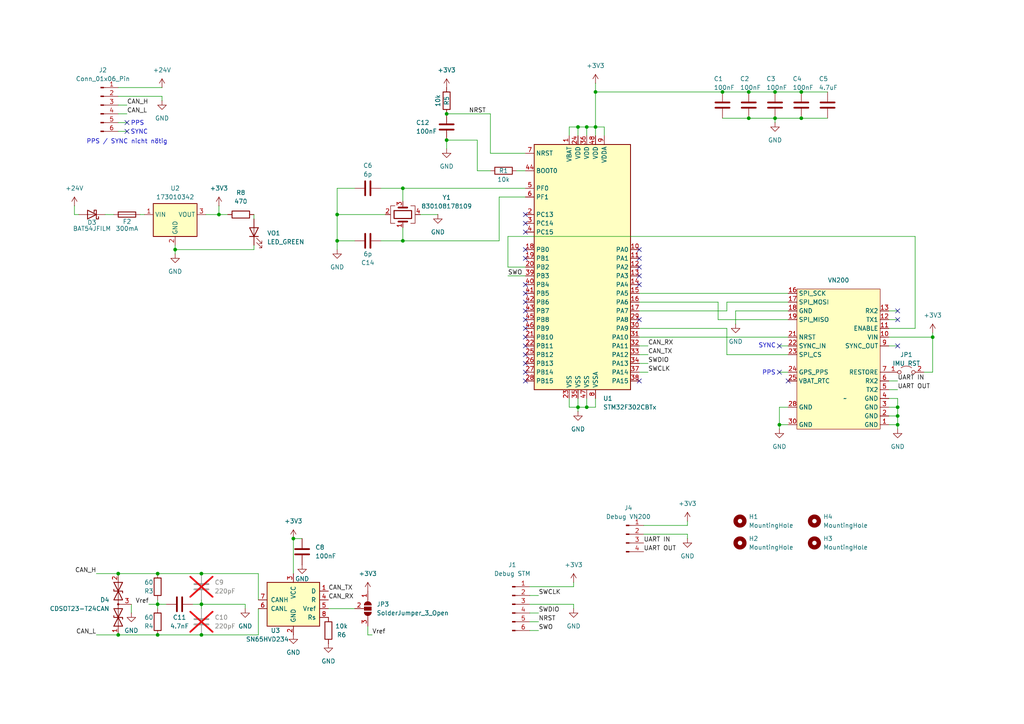
<source format=kicad_sch>
(kicad_sch (version 20231120) (generator "eeschema") (generator_version "8.0")
  (paper "A4")
  (lib_symbols
    (symbol "Connector:Conn_01x04_Pin" (pin_names (offset 1.016) hide)
      (property "Reference" "J" (at 0 5.08 0))
      (property "Value" "Conn_01x04_Pin" (at 0 -7.62 0))
      (symbol "Conn_01x04_Pin_1_1"
        (polyline (pts (xy 1.27 -5.08) (xy 0.8636 -5.08)) (stroke (width 0.1524)))
        (polyline (pts (xy 1.27 -2.54) (xy 0.8636 -2.54)) (stroke (width 0.1524)))
        (polyline (pts (xy 1.27 0) (xy 0.8636 0)) (stroke (width 0.1524)))
        (polyline (pts (xy 1.27 2.54) (xy 0.8636 2.54)) (stroke (width 0.1524)))
        (rectangle (start 0.8636 -4.953) (end 0 -5.207) (stroke (width 0.1524)) (fill (type outline)))
        (rectangle (start 0.8636 -2.413) (end 0 -2.667) (stroke (width 0.1524)) (fill (type outline)))
        (rectangle (start 0.8636 0.127) (end 0 -0.127) (stroke (width 0.1524)) (fill (type outline)))
        (rectangle (start 0.8636 2.667) (end 0 2.413) (stroke (width 0.1524)) (fill (type outline)))
        (pin passive line (at 5.08 2.54 180) (length 3.81) (name "Pin_1") (number "1"))
        (pin passive line (at 5.08 0 180) (length 3.81) (name "Pin_2") (number "2"))
        (pin passive line (at 5.08 -2.54 180) (length 3.81) (name "Pin_3") (number "3"))
        (pin passive line (at 5.08 -5.08 180) (length 3.81) (name "Pin_4") (number "4"))
      )
    )
    (symbol "Connector:Conn_01x06_Pin" (pin_names (offset 1.016) hide)
      (property "Reference" "J" (at 0 7.62 0))
      (property "Value" "Conn_01x06_Pin" (at 0 -10.16 0))
      (symbol "Conn_01x06_Pin_1_1"
        (polyline (pts (xy 1.27 -7.62) (xy 0.8636 -7.62)) (stroke (width 0.1524)))
        (polyline (pts (xy 1.27 -5.08) (xy 0.8636 -5.08)) (stroke (width 0.1524)))
        (polyline (pts (xy 1.27 -2.54) (xy 0.8636 -2.54)) (stroke (width 0.1524)))
        (polyline (pts (xy 1.27 0) (xy 0.8636 0)) (stroke (width 0.1524)))
        (polyline (pts (xy 1.27 2.54) (xy 0.8636 2.54)) (stroke (width 0.1524)))
        (polyline (pts (xy 1.27 5.08) (xy 0.8636 5.08)) (stroke (width 0.1524)))
        (rectangle (start 0.8636 -7.493) (end 0 -7.747) (stroke (width 0.1524)) (fill (type outline)))
        (rectangle (start 0.8636 -4.953) (end 0 -5.207) (stroke (width 0.1524)) (fill (type outline)))
        (rectangle (start 0.8636 -2.413) (end 0 -2.667) (stroke (width 0.1524)) (fill (type outline)))
        (rectangle (start 0.8636 0.127) (end 0 -0.127) (stroke (width 0.1524)) (fill (type outline)))
        (rectangle (start 0.8636 2.667) (end 0 2.413) (stroke (width 0.1524)) (fill (type outline)))
        (rectangle (start 0.8636 5.207) (end 0 4.953) (stroke (width 0.1524)) (fill (type outline)))
        (pin passive line (at 5.08 5.08 180) (length 3.81) (name "Pin_1") (number "1"))
        (pin passive line (at 5.08 2.54 180) (length 3.81) (name "Pin_2") (number "2"))
        (pin passive line (at 5.08 0 180) (length 3.81) (name "Pin_3") (number "3"))
        (pin passive line (at 5.08 -2.54 180) (length 3.81) (name "Pin_4") (number "4"))
        (pin passive line (at 5.08 -5.08 180) (length 3.81) (name "Pin_5") (number "5"))
        (pin passive line (at 5.08 -7.62 180) (length 3.81) (name "Pin_6") (number "6"))
      )
    )
    (symbol "Device:C" (pin_numbers hide) (pin_names (offset 0.254))
      (property "Reference" "C" (at 0.635 2.54 0))
      (property "Value" "C" (at 0.635 -2.54 0))
      (symbol "C_0_1"
        (polyline (pts (xy -2.032 -0.762) (xy 2.032 -0.762)) (stroke (width 0.508)))
        (polyline (pts (xy -2.032 0.762) (xy 2.032 0.762)) (stroke (width 0.508)))
      )
      (symbol "C_1_1"
        (pin passive line (at 0 3.81 270) (length 2.794) (name "~") (number "1"))
        (pin passive line (at 0 -3.81 90) (length 2.794) (name "~") (number "2"))
      )
    )
    (symbol "Device:D_Schottky" (pin_numbers hide) (pin_names (offset 1.016) hide)
      (property "Reference" "D" (at 0 2.54 0))
      (property "Value" "D_Schottky" (at 0 -2.54 0))
      (symbol "D_Schottky_0_1"
        (polyline (pts (xy 1.27 0) (xy -1.27 0)))
        (polyline (pts (xy 1.27 1.27) (xy 1.27 -1.27) (xy -1.27 0) (xy 1.27 1.27)) (stroke (width 0.254)))
        (polyline (pts (xy -1.905 0.635) (xy -1.905 1.27) (xy -1.27 1.27) (xy -1.27 -1.27) (xy -0.635 -1.27) (xy -0.635 -0.635)) (stroke (width 0.254)))
      )
      (symbol "D_Schottky_1_1"
        (pin passive line (at -3.81 0 0) (length 2.54) (name "K") (number "1"))
        (pin passive line (at 3.81 0 180) (length 2.54) (name "A") (number "2"))
      )
    )
    (symbol "Device:D_TVS_Dual_AAC" (pin_names (offset 1.016) hide)
      (property "Reference" "D" (at 0 4.445 0))
      (property "Value" "D_TVS_Dual_AAC" (at 0 2.54 0))
      (symbol "D_TVS_Dual_AAC_0_0"
        (polyline (pts (xy 0 -1.27) (xy 0 0)))
      )
      (symbol "D_TVS_Dual_AAC_0_1"
        (polyline (pts (xy -6.35 0) (xy 6.35 0)))
        (polyline (pts (xy -3.302 1.27) (xy -3.81 1.27) (xy -3.81 -1.27) (xy -4.318 -1.27)) (stroke (width 0.254)))
        (polyline (pts (xy 4.318 1.27) (xy 3.81 1.27) (xy 3.81 -1.27) (xy 3.302 -1.27)) (stroke (width 0.254)))
        (polyline (pts (xy -6.35 1.27) (xy -1.27 -1.27) (xy -1.27 1.27) (xy -6.35 -1.27) (xy -6.35 1.27)) (stroke (width 0.254)))
        (polyline (pts (xy 6.35 1.27) (xy 1.27 -1.27) (xy 1.27 1.27) (xy 6.35 -1.27) (xy 6.35 1.27)) (stroke (width 0.254)))
        (circle (center 0 0) (radius 0.254) (fill (type outline)))
      )
      (symbol "D_TVS_Dual_AAC_1_1"
        (pin passive line (at -8.89 0 0) (length 2.54) (name "A1") (number "1"))
        (pin passive line (at 8.89 0 180) (length 2.54) (name "A2") (number "2"))
        (pin input line (at 0 -3.81 90) (length 2.54) (name "common") (number "3"))
      )
    )
    (symbol "Device:Fuse" (pin_numbers hide) (pin_names (offset 0))
      (property "Reference" "F" (at 2.032 0 90))
      (property "Value" "Fuse" (at -1.905 0 90))
      (symbol "Fuse_0_1"
        (rectangle (start -0.762 -2.54) (end 0.762 2.54) (stroke (width 0.254)))
        (polyline (pts (xy 0 2.54) (xy 0 -2.54)))
      )
      (symbol "Fuse_1_1"
        (pin passive line (at 0 3.81 270) (length 1.27) (name "~") (number "1"))
        (pin passive line (at 0 -3.81 90) (length 1.27) (name "~") (number "2"))
      )
    )
    (symbol "Device:LED" (pin_numbers hide) (pin_names (offset 1.016) hide)
      (property "Reference" "D" (at 0 2.54 0))
      (property "Value" "LED" (at 0 -2.54 0))
      (symbol "LED_0_1"
        (polyline (pts (xy -1.27 -1.27) (xy -1.27 1.27)) (stroke (width 0.254)))
        (polyline (pts (xy -1.27 0) (xy 1.27 0)))
        (polyline (pts (xy 1.27 -1.27) (xy 1.27 1.27) (xy -1.27 0) (xy 1.27 -1.27)) (stroke (width 0.254)))
        (polyline (pts (xy -3.048 -0.762) (xy -4.572 -2.286) (xy -3.81 -2.286) (xy -4.572 -2.286) (xy -4.572 -1.524)))
        (polyline (pts (xy -1.778 -0.762) (xy -3.302 -2.286) (xy -2.54 -2.286) (xy -3.302 -2.286) (xy -3.302 -1.524)))
      )
      (symbol "LED_1_1"
        (pin passive line (at -3.81 0 0) (length 2.54) (name "K") (number "1"))
        (pin passive line (at 3.81 0 180) (length 2.54) (name "A") (number "2"))
      )
    )
    (symbol "Device:R" (pin_numbers hide) (pin_names (offset 0))
      (property "Reference" "R" (at 2.032 0 90))
      (property "Value" "R" (at 0 0 90))
      (symbol "R_0_1"
        (rectangle (start -1.016 -2.54) (end 1.016 2.54) (stroke (width 0.254)))
      )
      (symbol "R_1_1"
        (pin passive line (at 0 3.81 270) (length 1.27) (name "~") (number "1"))
        (pin passive line (at 0 -3.81 90) (length 1.27) (name "~") (number "2"))
      )
    )
    (symbol "FaSTTUBe_Crystals:830108178109" (pin_names (offset 1.016) hide)
      (property "Reference" "Y" (at 3.175 5.08 0))
      (property "Value" "830108178109" (at 3.175 3.175 0))
      (symbol "830108178109_0_1"
        (rectangle (start -1.143 2.54) (end 1.143 -2.54) (stroke (width 0.3048)))
        (polyline (pts (xy -2.54 0) (xy -2.032 0)))
        (polyline (pts (xy -2.032 -1.27) (xy -2.032 1.27)) (stroke (width 0.508)))
        (polyline (pts (xy 0 -3.81) (xy 0 -3.556)))
        (polyline (pts (xy 0 3.556) (xy 0 3.81)))
        (polyline (pts (xy 2.032 -1.27) (xy 2.032 1.27)) (stroke (width 0.508)))
        (polyline (pts (xy 2.032 0) (xy 2.54 0)))
        (polyline (pts (xy -2.54 -2.286) (xy -2.54 -3.556) (xy 2.54 -3.556) (xy 2.54 -2.286)))
        (polyline (pts (xy -2.54 2.286) (xy -2.54 3.556) (xy 2.54 3.556) (xy 2.54 2.286)))
      )
      (symbol "830108178109_1_1"
        (pin passive line (at -3.81 0 0) (length 1.27) (name "1") (number "1"))
        (pin passive line (at 0 5.08 270) (length 1.27) (name "2") (number "2"))
        (pin passive line (at 3.81 0 180) (length 1.27) (name "3") (number "3"))
        (pin passive line (at 0 -5.08 90) (length 1.27) (name "4") (number "4"))
      )
    )
    (symbol "FaSTTUBe_Voltage_Regulators:173010342"
      (property "Reference" "U" (at -1.27 7.874 0))
      (property "Value" "173010342" (at -5.588 6.096 0))
      (symbol "173010342_0_1"
        (rectangle (start -6.35 4.445) (end 6.35 -5.08) (stroke (width 0.254)) (fill (type background)))
      )
      (symbol "173010342_1_1"
        (pin power_in line (at -8.89 1.27 0) (length 2.54) (name "VIN") (number "1"))
        (pin power_in line (at 0 -7.62 90) (length 2.54) (name "GND") (number "2"))
        (pin power_out line (at 8.89 1.27 180) (length 2.54) (name "VOUT") (number "3"))
      )
    )
    (symbol "GND_2" (power) (pin_numbers hide) (pin_names (offset 0) hide)
      (property "Value" "GND" (at 0 -3.81 0))
      (symbol "GND_2_0_1"
        (polyline (pts (xy 0 0) (xy 0 -1.27) (xy 1.27 -1.27) (xy 0 -2.54) (xy -1.27 -1.27) (xy 0 -1.27)))
      )
      (symbol "GND_2_1_1"
        (pin power_in line (at 0 0 270) (length 0) (name "~") (number "1"))
      )
    )
    (symbol "IMUs:VN-200"
      (property "Reference" "VN200" (at -0.635 22.86 0))
      (property "Value" "~" (at 1.27 -11.43 0))
      (symbol "VN-200_1_1"
        (rectangle (start -12.7 20.32) (end 11.43 -20.32) (fill (type background)))
        (pin power_in line (at 13.97 -19.05 180) (length 2.54) (name "GND") (number "1"))
        (pin power_in line (at 13.97 6.35 180) (length 2.54) (name "VIN") (number "10"))
        (pin input line (at 13.97 8.89 180) (length 2.54) (name "ENABLE") (number "11"))
        (pin output line (at 13.97 11.43 180) (length 2.54) (name "TX1") (number "12"))
        (pin input line (at 13.97 13.97 180) (length 2.54) (name "RX2") (number "13"))
        (pin input line (at -15.24 19.05 0) (length 2.54) (name "SPI_SCK") (number "16"))
        (pin input line (at -15.24 16.51 0) (length 2.54) (name "SPI_MOSI") (number "17"))
        (pin power_in line (at -15.24 13.97 0) (length 2.54) (name "GND") (number "18"))
        (pin output line (at -15.24 11.43 0) (length 2.54) (name "SPI_MISO") (number "19"))
        (pin power_in line (at 13.97 -16.51 180) (length 2.54) (name "GND") (number "2"))
        (pin input line (at -15.24 6.35 0) (length 2.54) (name "NRST") (number "21"))
        (pin input line (at -15.24 3.81 0) (length 2.54) (name "SYNC_IN") (number "22"))
        (pin input line (at -15.24 1.27 0) (length 2.54) (name "SPI_CS") (number "23"))
        (pin output line (at -15.24 -3.81 0) (length 2.54) (name "GPS_PPS") (number "24"))
        (pin power_in line (at -15.24 -6.35 0) (length 2.54) (name "VBAT_RTC") (number "25"))
        (pin power_in line (at -15.24 -13.97 0) (length 2.54) (name "GND") (number "28"))
        (pin power_in line (at 13.97 -13.97 180) (length 2.54) (name "GND") (number "3"))
        (pin power_in line (at -15.24 -19.05 0) (length 2.54) (name "GND") (number "30"))
        (pin power_in line (at 13.97 -11.43 180) (length 2.54) (name "GND") (number "4"))
        (pin output line (at 13.97 -8.89 180) (length 2.54) (name "TX2") (number "5"))
        (pin input line (at 13.97 -6.35 180) (length 2.54) (name "RX2") (number "6"))
        (pin input line (at 13.97 -3.81 180) (length 2.54) (name "RESTORE") (number "7"))
        (pin output line (at 13.97 3.81 180) (length 2.54) (name "SYNC_OUT") (number "9"))
      )
    )
    (symbol "Interface_CAN_LIN:SN65HVD231" (pin_names (offset 1.016))
      (property "Reference" "U" (at -2.54 10.16 0))
      (property "Value" "SN65HVD231" (at -2.54 7.62 0))
      (symbol "SN65HVD231_0_1"
        (rectangle (start -7.62 5.08) (end 7.62 -7.62) (stroke (width 0.254)) (fill (type background)))
      )
      (symbol "SN65HVD231_1_1"
        (pin input line (at -10.16 2.54 0) (length 2.54) (name "D") (number "1"))
        (pin power_in line (at 0 -10.16 90) (length 2.54) (name "GND") (number "2"))
        (pin power_in line (at 0 7.62 270) (length 2.54) (name "VCC") (number "3"))
        (pin output line (at -10.16 0 0) (length 2.54) (name "R") (number "4"))
        (pin output line (at -10.16 -2.54 0) (length 2.54) (name "Vref") (number "5"))
        (pin bidirectional line (at 10.16 -2.54 180) (length 2.54) (name "CANL") (number "6"))
        (pin bidirectional line (at 10.16 0 180) (length 2.54) (name "CANH") (number "7"))
        (pin input line (at -10.16 -5.08 0) (length 2.54) (name "Rs") (number "8"))
      )
    )
    (symbol "Jumper:Jumper_2_Open" (pin_names (offset 0) hide)
      (property "Reference" "JP" (at 0 2.794 0))
      (property "Value" "Jumper_2_Open" (at 0 -2.286 0))
      (symbol "Jumper_2_Open_0_0"
        (circle (center -2.032 0) (radius 0.508))
        (circle (center 2.032 0) (radius 0.508))
      )
      (symbol "Jumper_2_Open_0_1"
        (arc (start 1.524 1.27) (mid 0 1.778) (end -1.524 1.27))
      )
      (symbol "Jumper_2_Open_1_1"
        (pin passive line (at -5.08 0 0) (length 2.54) (name "A") (number "1"))
        (pin passive line (at 5.08 0 180) (length 2.54) (name "B") (number "2"))
      )
    )
    (symbol "Jumper:SolderJumper_3_Open" (pin_names (offset 0) hide)
      (property "Reference" "JP" (at -2.54 -2.54 0))
      (property "Value" "SolderJumper_3_Open" (at 0 2.794 0))
      (symbol "SolderJumper_3_Open_0_1"
        (arc (start -1.016 1.016) (mid -2.0276 0) (end -1.016 -1.016))
        (arc (start -1.016 1.016) (mid -2.0276 0) (end -1.016 -1.016) (fill (type outline)))
        (rectangle (start -0.508 1.016) (end 0.508 -1.016) (fill (type outline)))
        (polyline (pts (xy -2.54 0) (xy -2.032 0)))
        (polyline (pts (xy -1.016 1.016) (xy -1.016 -1.016)))
        (polyline (pts (xy 0 -1.27) (xy 0 -1.016)))
        (polyline (pts (xy 1.016 1.016) (xy 1.016 -1.016)))
        (polyline (pts (xy 2.54 0) (xy 2.032 0)))
        (arc (start 1.016 -1.016) (mid 2.0276 0) (end 1.016 1.016))
        (arc (start 1.016 -1.016) (mid 2.0276 0) (end 1.016 1.016) (fill (type outline)))
      )
      (symbol "SolderJumper_3_Open_1_1"
        (pin passive line (at -5.08 0 0) (length 2.54) (name "A") (number "1"))
        (pin passive line (at 0 -3.81 90) (length 2.54) (name "C") (number "2"))
        (pin passive line (at 5.08 0 180) (length 2.54) (name "B") (number "3"))
      )
    )
    (symbol "MCU_ST_STM32F3:STM32F302CBTx"
      (property "Reference" "U" (at -15.24 36.83 0))
      (property "Value" "STM32F302CBTx" (at 7.62 36.83 0))
      (symbol "STM32F302CBTx_0_1"
        (rectangle (start -15.24 -35.56) (end 12.7 35.56) (stroke (width 0.254)) (fill (type background)))
      )
      (symbol "STM32F302CBTx_1_1"
        (pin power_in line (at -5.08 38.1 270) (length 2.54) (name "VBAT") (number "1"))
        (pin bidirectional line (at 15.24 5.08 180) (length 2.54) (name "PA0") (number "10"))
        (pin bidirectional line (at 15.24 2.54 180) (length 2.54) (name "PA1") (number "11"))
        (pin bidirectional line (at 15.24 0 180) (length 2.54) (name "PA2") (number "12"))
        (pin bidirectional line (at 15.24 -2.54 180) (length 2.54) (name "PA3") (number "13"))
        (pin bidirectional line (at 15.24 -5.08 180) (length 2.54) (name "PA4") (number "14"))
        (pin bidirectional line (at 15.24 -7.62 180) (length 2.54) (name "PA5") (number "15"))
        (pin bidirectional line (at 15.24 -10.16 180) (length 2.54) (name "PA6") (number "16"))
        (pin bidirectional line (at 15.24 -12.7 180) (length 2.54) (name "PA7") (number "17"))
        (pin bidirectional line (at -17.78 5.08 0) (length 2.54) (name "PB0") (number "18"))
        (pin bidirectional line (at -17.78 2.54 0) (length 2.54) (name "PB1") (number "19"))
        (pin bidirectional line (at -17.78 15.24 0) (length 2.54) (name "PC13") (number "2"))
        (pin bidirectional line (at -17.78 0 0) (length 2.54) (name "PB2") (number "20"))
        (pin bidirectional line (at -17.78 -20.32 0) (length 2.54) (name "PB10") (number "21"))
        (pin bidirectional line (at -17.78 -22.86 0) (length 2.54) (name "PB11") (number "22"))
        (pin power_in line (at -5.08 -38.1 90) (length 2.54) (name "VSS") (number "23"))
        (pin power_in line (at -2.54 38.1 270) (length 2.54) (name "VDD") (number "24"))
        (pin bidirectional line (at -17.78 -25.4 0) (length 2.54) (name "PB12") (number "25"))
        (pin bidirectional line (at -17.78 -27.94 0) (length 2.54) (name "PB13") (number "26"))
        (pin bidirectional line (at -17.78 -30.48 0) (length 2.54) (name "PB14") (number "27"))
        (pin bidirectional line (at -17.78 -33.02 0) (length 2.54) (name "PB15") (number "28"))
        (pin bidirectional line (at 15.24 -15.24 180) (length 2.54) (name "PA8") (number "29"))
        (pin bidirectional line (at -17.78 12.7 0) (length 2.54) (name "PC14") (number "3"))
        (pin bidirectional line (at 15.24 -17.78 180) (length 2.54) (name "PA9") (number "30"))
        (pin bidirectional line (at 15.24 -20.32 180) (length 2.54) (name "PA10") (number "31"))
        (pin bidirectional line (at 15.24 -22.86 180) (length 2.54) (name "PA11") (number "32"))
        (pin bidirectional line (at 15.24 -25.4 180) (length 2.54) (name "PA12") (number "33"))
        (pin bidirectional line (at 15.24 -27.94 180) (length 2.54) (name "PA13") (number "34"))
        (pin power_in line (at -2.54 -38.1 90) (length 2.54) (name "VSS") (number "35"))
        (pin power_in line (at 0 38.1 270) (length 2.54) (name "VDD") (number "36"))
        (pin bidirectional line (at 15.24 -30.48 180) (length 2.54) (name "PA14") (number "37"))
        (pin bidirectional line (at 15.24 -33.02 180) (length 2.54) (name "PA15") (number "38"))
        (pin bidirectional line (at -17.78 -2.54 0) (length 2.54) (name "PB3") (number "39"))
        (pin bidirectional line (at -17.78 10.16 0) (length 2.54) (name "PC15") (number "4"))
        (pin bidirectional line (at -17.78 -5.08 0) (length 2.54) (name "PB4") (number "40"))
        (pin bidirectional line (at -17.78 -7.62 0) (length 2.54) (name "PB5") (number "41"))
        (pin bidirectional line (at -17.78 -10.16 0) (length 2.54) (name "PB6") (number "42"))
        (pin bidirectional line (at -17.78 -12.7 0) (length 2.54) (name "PB7") (number "43"))
        (pin input line (at -17.78 27.94 0) (length 2.54) (name "BOOT0") (number "44"))
        (pin bidirectional line (at -17.78 -15.24 0) (length 2.54) (name "PB8") (number "45"))
        (pin bidirectional line (at -17.78 -17.78 0) (length 2.54) (name "PB9") (number "46"))
        (pin power_in line (at 0 -38.1 90) (length 2.54) (name "VSS") (number "47"))
        (pin power_in line (at 2.54 38.1 270) (length 2.54) (name "VDD") (number "48"))
        (pin input line (at -17.78 22.86 0) (length 2.54) (name "PF0") (number "5"))
        (pin input line (at -17.78 20.32 0) (length 2.54) (name "PF1") (number "6"))
        (pin input line (at -17.78 33.02 0) (length 2.54) (name "NRST") (number "7"))
        (pin power_in line (at 2.54 -38.1 90) (length 2.54) (name "VSSA") (number "8"))
        (pin power_in line (at 5.08 38.1 270) (length 2.54) (name "VDDA") (number "9"))
      )
    )
    (symbol "Mechanical:MountingHole" (pin_names (offset 1.016)) (exclude_from_sim yes) (in_bom no)
      (property "Reference" "H" (at 0 5.08 0))
      (property "Value" "MountingHole" (at 0 3.175 0))
      (symbol "MountingHole_0_1"
        (circle (center 0 0) (radius 1.27) (stroke (width 1.27)))
      )
    )
    (symbol "power:+24V" (power) (pin_numbers hide) (pin_names (offset 0) hide)
      (property "Value" "+24V" (at 0 3.556 0))
      (symbol "+24V_0_1"
        (polyline (pts (xy -0.762 1.27) (xy 0 2.54)))
        (polyline (pts (xy 0 0) (xy 0 2.54)))
        (polyline (pts (xy 0 2.54) (xy 0.762 1.27)))
      )
      (symbol "+24V_1_1"
        (pin power_in line (at 0 0 90) (length 0) (name "~") (number "1"))
      )
    )
    (symbol "power:+3V3" (power) (pin_numbers hide) (pin_names (offset 0) hide)
      (property "Value" "+3V3" (at 0 3.556 0))
      (symbol "+3V3_0_1"
        (polyline (pts (xy -0.762 1.27) (xy 0 2.54)))
        (polyline (pts (xy 0 0) (xy 0 2.54)))
        (polyline (pts (xy 0 2.54) (xy 0.762 1.27)))
      )
      (symbol "+3V3_1_1"
        (pin power_in line (at 0 0 90) (length 0) (name "~") (number "1"))
      )
    )
  )
  (junction (at 129.54 33.02))
  (junction (at 217.17 34.29))
  (junction (at 170.18 36.83))
  (junction (at 45.72 184.15))
  (junction (at 226.06 123.19))
  (junction (at 34.29 166.37))
  (junction (at 172.72 36.83))
  (junction (at 170.18 118.11))
  (junction (at 45.72 166.37))
  (junction (at 172.72 26.67))
  (junction (at 45.72 175.26))
  (junction (at 167.64 118.11))
  (junction (at 58.42 175.26))
  (junction (at 50.8 72.39))
  (junction (at 260.35 123.19))
  (junction (at 58.42 184.15))
  (junction (at 167.64 36.83))
  (junction (at 129.54 40.64))
  (junction (at 97.79 69.85))
  (junction (at 224.79 26.67))
  (junction (at 270.51 97.79))
  (junction (at 34.29 184.15))
  (junction (at 85.09 156.21))
  (junction (at 217.17 26.67))
  (junction (at 232.41 26.67))
  (junction (at 209.55 26.67))
  (junction (at 224.79 34.29))
  (junction (at 116.84 54.61))
  (junction (at 260.35 120.65))
  (junction (at 260.35 118.11))
  (junction (at 97.79 62.23))
  (junction (at 58.42 166.37))
  (junction (at 63.5 62.23))
  (junction (at 116.84 69.85))
  (junction (at 232.41 34.29))
  (no_connect (at 152.4 105.41))
  (no_connect (at 152.4 74.93))
  (no_connect (at 152.4 102.87))
  (no_connect (at 185.42 77.47))
  (no_connect (at 152.4 110.49))
  (no_connect (at 260.35 90.17))
  (no_connect (at 152.4 92.71))
  (no_connect (at 152.4 100.33))
  (no_connect (at 152.4 95.25))
  (no_connect (at 152.4 87.63))
  (no_connect (at 260.35 100.33))
  (no_connect (at 152.4 62.23))
  (no_connect (at 185.42 72.39))
  (no_connect (at 228.6 110.49))
  (no_connect (at 152.4 64.77))
  (no_connect (at 152.4 67.31))
  (no_connect (at 185.42 92.71))
  (no_connect (at 36.83 35.56))
  (no_connect (at 226.06 100.33))
  (no_connect (at 185.42 80.01))
  (no_connect (at 226.06 107.95))
  (no_connect (at 152.4 107.95))
  (no_connect (at 185.42 110.49))
  (no_connect (at 36.83 38.1))
  (no_connect (at 185.42 74.93))
  (no_connect (at 152.4 90.17))
  (no_connect (at 152.4 85.09))
  (no_connect (at 185.42 82.55))
  (no_connect (at 152.4 72.39))
  (no_connect (at 260.35 92.71))
  (no_connect (at 152.4 82.55))
  (no_connect (at 152.4 97.79))
  (wire (pts (xy 106.68 184.15) (xy 106.68 181.61)))
  (wire (pts (xy 116.84 69.85) (xy 144.78 69.85)))
  (wire (pts (xy 138.43 49.53) (xy 142.24 49.53)))
  (wire (pts (xy 260.35 123.19) (xy 260.35 120.65)))
  (wire (pts (xy 210.82 102.87) (xy 228.6 102.87)))
  (wire (pts (xy 74.93 173.99) (xy 74.93 166.37)))
  (wire (pts (xy 45.72 184.15) (xy 58.42 184.15)))
  (wire (pts (xy 210.82 87.63) (xy 228.6 87.63)))
  (wire (pts (xy 74.93 166.37) (xy 58.42 166.37)))
  (wire (pts (xy 73.66 72.39) (xy 73.66 71.12)))
  (wire (pts (xy 149.86 49.53) (xy 152.4 49.53)))
  (wire (pts (xy 170.18 36.83) (xy 170.18 39.37)))
  (wire (pts (xy 95.25 176.53) (xy 102.87 176.53)))
  (wire (pts (xy 186.69 154.94) (xy 199.39 154.94)))
  (wire (pts (xy 43.18 175.26) (xy 45.72 175.26)))
  (wire (pts (xy 142.24 44.45) (xy 152.4 44.45)))
  (wire (pts (xy 34.29 25.4) (xy 46.99 25.4)))
  (wire (pts (xy 121.92 62.23) (xy 127 62.23)))
  (wire (pts (xy 147.32 68.58) (xy 265.43 68.58)))
  (wire (pts (xy 257.81 97.79) (xy 270.51 97.79)))
  (wire (pts (xy 185.42 95.25) (xy 210.82 95.25)))
  (wire (pts (xy 116.84 54.61) (xy 116.84 58.42)))
  (wire (pts (xy 170.18 36.83) (xy 172.72 36.83)))
  (wire (pts (xy 97.79 62.23) (xy 111.76 62.23)))
  (wire (pts (xy 217.17 34.29) (xy 224.79 34.29)))
  (wire (pts (xy 232.41 34.29) (xy 240.03 34.29)))
  (wire (pts (xy 170.18 118.11) (xy 170.18 115.57)))
  (wire (pts (xy 208.28 87.63) (xy 208.28 92.71)))
  (wire (pts (xy 147.32 68.58) (xy 147.32 77.47)))
  (wire (pts (xy 260.35 100.33) (xy 257.81 100.33)))
  (wire (pts (xy 27.94 184.15) (xy 34.29 184.15)))
  (wire (pts (xy 97.79 69.85) (xy 97.79 72.39)))
  (wire (pts (xy 185.42 85.09) (xy 228.6 85.09)))
  (wire (pts (xy 199.39 154.94) (xy 199.39 156.21)))
  (wire (pts (xy 267.97 107.95) (xy 270.51 107.95)))
  (wire (pts (xy 270.51 107.95) (xy 270.51 97.79)))
  (wire (pts (xy 217.17 26.67) (xy 224.79 26.67)))
  (wire (pts (xy 34.29 166.37) (xy 45.72 166.37)))
  (wire (pts (xy 66.04 62.23) (xy 63.5 62.23)))
  (wire (pts (xy 50.8 73.66) (xy 50.8 72.39)))
  (wire (pts (xy 210.82 95.25) (xy 210.82 102.87)))
  (wire (pts (xy 73.66 63.5) (xy 73.66 62.23)))
  (wire (pts (xy 226.06 123.19) (xy 228.6 123.19)))
  (wire (pts (xy 199.39 151.13) (xy 199.39 152.4)))
  (wire (pts (xy 228.6 118.11) (xy 226.06 118.11)))
  (wire (pts (xy 46.99 29.21) (xy 46.99 27.94)))
  (wire (pts (xy 170.18 118.11) (xy 172.72 118.11)))
  (wire (pts (xy 50.8 72.39) (xy 73.66 72.39)))
  (wire (pts (xy 172.72 118.11) (xy 172.72 115.57)))
  (wire (pts (xy 165.1 36.83) (xy 167.64 36.83)))
  (wire (pts (xy 27.94 166.37) (xy 34.29 166.37)))
  (wire (pts (xy 185.42 90.17) (xy 210.82 90.17)))
  (wire (pts (xy 224.79 26.67) (xy 232.41 26.67)))
  (wire (pts (xy 232.41 26.67) (xy 240.03 26.67)))
  (wire (pts (xy 187.96 100.33) (xy 185.42 100.33)))
  (wire (pts (xy 50.8 72.39) (xy 50.8 71.12)))
  (wire (pts (xy 147.32 77.47) (xy 152.4 77.47)))
  (wire (pts (xy 167.64 36.83) (xy 167.64 39.37)))
  (wire (pts (xy 85.09 156.21) (xy 85.09 166.37)))
  (wire (pts (xy 187.96 105.41) (xy 185.42 105.41)))
  (wire (pts (xy 260.35 90.17) (xy 257.81 90.17)))
  (wire (pts (xy 153.67 175.26) (xy 166.37 175.26)))
  (wire (pts (xy 147.32 80.01) (xy 152.4 80.01)))
  (wire (pts (xy 45.72 166.37) (xy 58.42 166.37)))
  (wire (pts (xy 187.96 107.95) (xy 185.42 107.95)))
  (wire (pts (xy 36.83 35.56) (xy 34.29 35.56)))
  (wire (pts (xy 74.93 176.53) (xy 74.93 184.15)))
  (wire (pts (xy 85.09 156.21) (xy 87.63 156.21)))
  (wire (pts (xy 116.84 66.04) (xy 116.84 69.85)))
  (wire (pts (xy 129.54 43.18) (xy 129.54 40.64)))
  (wire (pts (xy 175.26 36.83) (xy 175.26 39.37)))
  (wire (pts (xy 228.6 90.17) (xy 213.36 90.17)))
  (wire (pts (xy 172.72 36.83) (xy 172.72 39.37)))
  (wire (pts (xy 257.81 95.25) (xy 265.43 95.25)))
  (wire (pts (xy 21.59 62.23) (xy 22.86 62.23)))
  (wire (pts (xy 97.79 62.23) (xy 97.79 69.85)))
  (wire (pts (xy 107.95 184.15) (xy 106.68 184.15)))
  (wire (pts (xy 63.5 59.69) (xy 63.5 62.23)))
  (wire (pts (xy 129.54 40.64) (xy 138.43 40.64)))
  (wire (pts (xy 260.35 92.71) (xy 257.81 92.71)))
  (wire (pts (xy 138.43 40.64) (xy 138.43 49.53)))
  (wire (pts (xy 185.42 87.63) (xy 208.28 87.63)))
  (wire (pts (xy 46.99 27.94) (xy 34.29 27.94)))
  (wire (pts (xy 226.06 100.33) (xy 228.6 100.33)))
  (wire (pts (xy 224.79 34.29) (xy 232.41 34.29)))
  (wire (pts (xy 40.64 62.23) (xy 41.91 62.23)))
  (wire (pts (xy 36.83 30.48) (xy 34.29 30.48)))
  (wire (pts (xy 144.78 57.15) (xy 152.4 57.15)))
  (wire (pts (xy 36.83 33.02) (xy 34.29 33.02)))
  (wire (pts (xy 71.12 176.53) (xy 71.12 175.26)))
  (wire (pts (xy 34.29 184.15) (xy 45.72 184.15)))
  (wire (pts (xy 59.69 62.23) (xy 63.5 62.23)))
  (wire (pts (xy 110.49 54.61) (xy 116.84 54.61)))
  (wire (pts (xy 224.79 35.56) (xy 224.79 34.29)))
  (wire (pts (xy 260.35 120.65) (xy 260.35 118.11)))
  (wire (pts (xy 210.82 90.17) (xy 210.82 87.63)))
  (wire (pts (xy 213.36 90.17) (xy 213.36 93.98)))
  (wire (pts (xy 166.37 168.91) (xy 166.37 170.18)))
  (wire (pts (xy 226.06 107.95) (xy 228.6 107.95)))
  (wire (pts (xy 167.64 36.83) (xy 170.18 36.83)))
  (wire (pts (xy 260.35 124.46) (xy 260.35 123.19)))
  (wire (pts (xy 142.24 33.02) (xy 129.54 33.02)))
  (wire (pts (xy 172.72 26.67) (xy 172.72 36.83)))
  (wire (pts (xy 110.49 69.85) (xy 116.84 69.85)))
  (wire (pts (xy 167.64 119.38) (xy 167.64 118.11)))
  (wire (pts (xy 142.24 44.45) (xy 142.24 33.02)))
  (wire (pts (xy 172.72 26.67) (xy 209.55 26.67)))
  (wire (pts (xy 187.96 102.87) (xy 185.42 102.87)))
  (wire (pts (xy 172.72 24.13) (xy 172.72 26.67)))
  (wire (pts (xy 257.81 120.65) (xy 260.35 120.65)))
  (wire (pts (xy 55.88 175.26) (xy 58.42 175.26)))
  (wire (pts (xy 97.79 69.85) (xy 102.87 69.85)))
  (wire (pts (xy 208.28 92.71) (xy 228.6 92.71)))
  (wire (pts (xy 97.79 54.61) (xy 97.79 62.23)))
  (wire (pts (xy 45.72 173.99) (xy 45.72 175.26)))
  (wire (pts (xy 226.06 124.46) (xy 226.06 123.19)))
  (wire (pts (xy 116.84 54.61) (xy 152.4 54.61)))
  (wire (pts (xy 153.67 177.8) (xy 156.21 177.8)))
  (wire (pts (xy 260.35 113.03) (xy 257.81 113.03)))
  (wire (pts (xy 257.81 123.19) (xy 260.35 123.19)))
  (wire (pts (xy 165.1 118.11) (xy 165.1 115.57)))
  (wire (pts (xy 45.72 176.53) (xy 45.72 175.26)))
  (wire (pts (xy 199.39 152.4) (xy 186.69 152.4)))
  (wire (pts (xy 165.1 118.11) (xy 167.64 118.11)))
  (wire (pts (xy 144.78 69.85) (xy 144.78 57.15)))
  (wire (pts (xy 209.55 34.29) (xy 217.17 34.29)))
  (wire (pts (xy 36.83 38.1) (xy 34.29 38.1)))
  (wire (pts (xy 45.72 175.26) (xy 48.26 175.26)))
  (wire (pts (xy 175.26 36.83) (xy 172.72 36.83)))
  (wire (pts (xy 167.64 118.11) (xy 167.64 115.57)))
  (wire (pts (xy 74.93 184.15) (xy 58.42 184.15)))
  (wire (pts (xy 165.1 36.83) (xy 165.1 39.37)))
  (wire (pts (xy 58.42 173.99) (xy 58.42 175.26)))
  (wire (pts (xy 166.37 175.26) (xy 166.37 176.53)))
  (wire (pts (xy 21.59 59.69) (xy 21.59 62.23)))
  (wire (pts (xy 226.06 118.11) (xy 226.06 123.19)))
  (wire (pts (xy 156.21 172.72) (xy 153.67 172.72)))
  (wire (pts (xy 102.87 54.61) (xy 97.79 54.61)))
  (wire (pts (xy 167.64 118.11) (xy 170.18 118.11)))
  (wire (pts (xy 153.67 182.88) (xy 156.21 182.88)))
  (wire (pts (xy 71.12 175.26) (xy 58.42 175.26)))
  (wire (pts (xy 265.43 68.58) (xy 265.43 95.25)))
  (wire (pts (xy 260.35 115.57) (xy 257.81 115.57)))
  (wire (pts (xy 257.81 118.11) (xy 260.35 118.11)))
  (wire (pts (xy 185.42 97.79) (xy 228.6 97.79)))
  (wire (pts (xy 260.35 110.49) (xy 257.81 110.49)))
  (wire (pts (xy 38.1 175.26) (xy 38.1 177.8)))
  (wire (pts (xy 58.42 176.53) (xy 58.42 175.26)))
  (wire (pts (xy 270.51 96.52) (xy 270.51 97.79)))
  (wire (pts (xy 30.48 62.23) (xy 33.02 62.23)))
  (wire (pts (xy 166.37 170.18) (xy 153.67 170.18)))
  (wire (pts (xy 260.35 118.11) (xy 260.35 115.57)))
  (wire (pts (xy 209.55 26.67) (xy 217.17 26.67)))
  (wire (pts (xy 153.67 180.34) (xy 156.21 180.34)))
  (text "SYNC" (at 40.386 38.354 0) (effects (font (size 1.27 1.27))))
  (text "SYNC" (at 222.504 100.33 0) (effects (font (size 1.27 1.27))))
  (text "PPS\n" (at 223.012 108.204 0) (effects (font (size 1.27 1.27))))
  (text "PPS\n" (at 39.878 35.814 0) (effects (font (size 1.27 1.27))))
  (text "PPS / SYNC nicht nötig" (at 36.83 41.148 0) (effects (font (size 1.27 1.27))))
  (label "Vref" (at 107.95 184.15 0))
  (label "NRST" (at 156.21 180.34 0))
  (label "CAN_TX" (at 95.25 171.45 0))
  (label "CAN_L" (at 36.83 33.02 0))
  (label "SWO" (at 156.21 182.88 0))
  (label "SWCLK" (at 156.21 172.72 0))
  (label "CAN_H" (at 27.94 166.37 180))
  (label "UART IN" (at 260.35 110.49 0))
  (label "Vref" (at 43.18 175.26 180))
  (label "CAN_L" (at 27.94 184.15 180))
  (label "SWCLK" (at 187.96 107.95 0))
  (label "CAN_H" (at 36.83 30.48 0))
  (label "SWO" (at 147.32 80.01 0))
  (label "UART OUT" (at 260.35 113.03 0))
  (label "SWDIO" (at 156.21 177.8 0))
  (label "CAN_RX" (at 95.25 173.99 0))
  (label "CAN_TX" (at 187.96 102.87 0))
  (label "UART OUT" (at 186.69 160.02 0))
  (label "CAN_RX" (at 187.96 100.33 0))
  (label "NRST" (at 140.97 33.02 180))
  (label "UART IN" (at 186.69 157.48 0))
  (label "SWDIO" (at 187.96 105.41 0))
  (symbol (lib_id "Device:C") (at 232.41 30.48 0) (unit 1)
    (property "Reference" "C4" (at 229.87 22.86 0) (effects (justify left)))
    (property "Value" "100nF" (at 229.87 25.4 0) (effects (justify left)))
    (property "Footprint" "Capacitor_SMD:C_0603_1608Metric_Pad1.08x0.95mm_HandSolder" (effects (hide yes)))
  )
  (symbol (lib_id "Device:C") (at 58.42 170.18 0) (unit 1) (dnp yes)
    (property "Reference" "C9" (at 62.23 168.91 0) (effects (justify left)))
    (property "Value" "220pF" (at 62.23 171.45 0) (effects (justify left)))
    (property "Footprint" "Capacitor_SMD:C_0603_1608Metric_Pad1.08x0.95mm_HandSolder" (effects (hide yes)))
  )
  (symbol (lib_id "Device:C") (at 87.63 160.02 0) (unit 1)
    (property "Reference" "C8" (at 91.44 158.75 0) (effects (justify left)))
    (property "Value" "100nF" (at 91.44 161.29 0) (effects (justify left)))
    (property "Footprint" "Capacitor_SMD:C_0603_1608Metric_Pad1.08x0.95mm_HandSolder" (effects (hide yes)))
  )
  (symbol (lib_id "Device:R") (at 129.54 29.21 0) (unit 1)
    (property "Reference" "R5" (at 129.54 29.21 90))
    (property "Value" "10k" (at 127 29.21 90))
    (property "Footprint" "Resistor_SMD:R_0603_1608Metric_Pad0.98x0.95mm_HandSolder" (effects (hide yes)))
  )
  (symbol (lib_name "GND_2") (lib_id "power:GND") (at 127 62.23 0) (unit 1)
    (property "Reference" "#PWR026" (effects (hide yes)))
    (property "Value" "GND" (at 127 67.31 0))
    (property "Description" "Power symbol creates a global label with name \"GND\" , ground" (effects (hide yes)))
  )
  (symbol (lib_name "GND_2") (lib_id "power:GND") (at 213.36 93.98 0) (unit 1)
    (property "Reference" "#PWR05" (effects (hide yes)))
    (property "Value" "GND" (at 213.36 99.06 0))
    (property "Description" "Power symbol creates a global label with name \"GND\" , ground" (effects (hide yes)))
  )
  (symbol (lib_name "GND_2") (lib_id "power:GND") (at 129.54 43.18 0) (unit 1)
    (property "Reference" "#PWR013" (effects (hide yes)))
    (property "Value" "GND" (at 129.54 48.26 0))
    (property "Description" "Power symbol creates a global label with name \"GND\" , ground" (effects (hide yes)))
  )
  (symbol (lib_id "Device:D_Schottky") (at 26.67 62.23 180) (unit 1)
    (property "Reference" "D3" (at 26.67 64.516 0))
    (property "Value" "BAT54JFILM" (at 26.67 66.294 0))
    (property "Footprint" "Diode_SMD:D_SOD-323" (effects (hide yes)))
    (property "Description" "Schottky diode" (effects (hide yes)))
  )
  (symbol (lib_id "Interface_CAN_LIN:SN65HVD231") (at 85.09 173.99 0) (mirror y) (unit 1)
    (property "Reference" "U3" (at 81.28 182.88 0) (effects (justify left)))
    (property "Value" "SN65HVD234" (at 83.82 185.42 0) (effects (justify left)))
    (property "Footprint" "Package_SO:SOIC-8_3.9x4.9mm_P1.27mm" (effects (hide yes)))
    (property "Datasheet" "http://www.ti.com/lit/ds/symlink/sn65hvd230.pdf" (effects (hide yes)))
  )
  (symbol (lib_id "Device:C") (at 52.07 175.26 90) (unit 1)
    (property "Reference" "C11" (at 52.07 179.07 90))
    (property "Value" "4.7nF" (at 52.07 181.61 90))
    (property "Footprint" "Capacitor_SMD:C_0603_1608Metric_Pad1.08x0.95mm_HandSolder" (effects (hide yes)))
  )
  (symbol (lib_id "Connector:Conn_01x06_Pin") (at 29.21 30.48 0) (unit 1)
    (property "Reference" "J2" (at 29.845 20.32 0))
    (property "Value" "Conn_01x06_Pin" (at 29.845 22.86 0))
    (property "Footprint" "Connector_Phoenix_SACC:DSI-M8MS_6CON_M8_L90" (effects (hide yes)))
    (property "Description" "Generic connector, single row, 01x06, script generated" (effects (hide yes)))
  )
  (symbol (lib_id "Device:C") (at 224.79 30.48 0) (unit 1)
    (property "Reference" "C3" (at 222.25 22.86 0) (effects (justify left)))
    (property "Value" "100nF" (at 222.25 25.4 0) (effects (justify left)))
    (property "Footprint" "Capacitor_SMD:C_0603_1608Metric_Pad1.08x0.95mm_HandSolder" (effects (hide yes)))
  )
  (symbol (lib_id "power:+24V") (at 46.99 25.4 0) (unit 1)
    (property "Reference" "#PWR023" (effects (hide yes)))
    (property "Value" "+24V" (at 46.99 20.32 0))
    (property "Description" "Power symbol creates a global label with name \"+24V\"" (effects (hide yes)))
  )
  (symbol (lib_id "power:+3V3") (at 270.51 96.52 0) (unit 1)
    (property "Reference" "#PWR06" (effects (hide yes)))
    (property "Value" "+3V3" (at 270.51 91.44 0))
    (property "Description" "Power symbol creates a global label with name \"+3V3\"" (effects (hide yes)))
  )
  (symbol (lib_id "Mechanical:MountingHole") (at 214.63 157.48 0) (unit 1) (exclude_from_sim yes) (in_bom no)
    (property "Reference" "H2" (at 217.17 156.2099 0) (effects (justify left)))
    (property "Value" "MountingHole" (at 217.17 158.7499 0) (effects (justify left)))
    (property "Footprint" "MountingHole:MountingHole_3.2mm_M3" (effects (hide yes)))
    (property "Description" "Mounting Hole without connection" (effects (hide yes)))
  )
  (symbol (lib_id "Device:R") (at 45.72 180.34 180) (unit 1)
    (property "Reference" "R4" (at 43.18 181.61 0))
    (property "Value" "60" (at 43.18 179.07 0))
    (property "Footprint" "Resistor_SMD:R_0603_1608Metric_Pad0.98x0.95mm_HandSolder" (effects (hide yes)))
  )
  (symbol (lib_id "IMUs:VN-200") (at 243.84 104.14 0) (unit 1)
    (property "Reference" "VN200" (at 243.205 81.28 0))
    (property "Value" "~" (at 245.11 115.57 0))
    (property "Footprint" "IMU:VN-200" (effects (hide yes)))
    (property "Datasheet" "https://geo-matching.com/media/migrationalhfm7.pdf" (effects (hide yes)))
  )
  (symbol (lib_id "Device:LED") (at 73.66 67.31 90) (unit 1)
    (property "Reference" "VO1" (at 77.47 67.6274 90) (effects (justify right)))
    (property "Value" "LED_GREEN" (at 77.47 70.1674 90) (effects (justify right)))
    (property "Footprint" "LED_SMD:LED_0603_1608Metric_Pad1.05x0.95mm_HandSolder" (effects (hide yes)))
  )
  (symbol (lib_id "Connector:Conn_01x06_Pin") (at 148.59 175.26 0) (unit 1)
    (property "Reference" "J1" (at 148.59 163.83 0))
    (property "Value" "Debug STM" (at 148.59 166.37 0))
    (property "Footprint" "Connector_PinHeader_2.54mm:PinHeader_1x06_P2.54mm_Vertical" (effects (hide yes)))
    (property "Description" "Generic connector, single row, 01x06, script generated" (effects (hide yes)))
  )
  (symbol (lib_name "GND_2") (lib_id "power:GND") (at 50.8 73.66 0) (unit 1)
    (property "Reference" "#PWR029" (effects (hide yes)))
    (property "Value" "GND" (at 50.8 78.74 0))
    (property "Description" "Power symbol creates a global label with name \"GND\" , ground" (effects (hide yes)))
  )
  (symbol (lib_id "Device:D_TVS_Dual_AAC") (at 34.29 175.26 90) (unit 1)
    (property "Reference" "D4" (at 31.75 173.99 90) (effects (justify left)))
    (property "Value" "CDSOT23-T24CAN" (at 31.75 176.53 90) (effects (justify left)))
    (property "Footprint" "Package_TO_SOT_SMD:SOT-23" (effects (hide yes)))
  )
  (symbol (lib_name "GND_2") (lib_id "power:GND") (at 226.06 124.46 0) (unit 1)
    (property "Reference" "#PWR01" (effects (hide yes)))
    (property "Value" "GND" (at 226.06 129.54 0))
    (property "Description" "Power symbol creates a global label with name \"GND\" , ground" (effects (hide yes)))
  )
  (symbol (lib_id "Device:R") (at 45.72 170.18 180) (unit 1)
    (property "Reference" "R3" (at 43.18 171.45 0))
    (property "Value" "60" (at 43.18 168.91 0))
    (property "Footprint" "Resistor_SMD:R_0603_1608Metric_Pad0.98x0.95mm_HandSolder" (effects (hide yes)))
  )
  (symbol (lib_id "MCU_ST_STM32F3:STM32F302CBTx") (at 170.18 77.47 0) (unit 1)
    (property "Reference" "U1" (at 174.9141 115.57 0) (effects (justify left)))
    (property "Value" "STM32F302CBTx" (at 174.9141 118.11 0) (effects (justify left)))
    (property "Footprint" "Package_QFP:LQFP-48_7x7mm_P0.5mm" (effects (hide yes)))
    (property "Datasheet" "http://www.st.com/st-web-ui/static/active/en/resource/technical/document/datasheet/DM00094064.pdf" (effects (hide yes)))
  )
  (symbol (lib_id "power:+3V3") (at 199.39 151.13 0) (unit 1)
    (property "Reference" "#PWR02" (effects (hide yes)))
    (property "Value" "+3V3" (at 199.39 146.05 0))
    (property "Description" "Power symbol creates a global label with name \"+3V3\"" (effects (hide yes)))
  )
  (symbol (lib_id "power:+3V3") (at 166.37 168.91 0) (unit 1)
    (property "Reference" "#PWR010" (effects (hide yes)))
    (property "Value" "+3V3" (at 166.37 163.83 0))
    (property "Description" "Power symbol creates a global label with name \"+3V3\"" (effects (hide yes)))
  )
  (symbol (lib_name "GND_2") (lib_id "power:GND") (at 199.39 156.21 0) (unit 1)
    (property "Reference" "#PWR07" (effects (hide yes)))
    (property "Value" "GND" (at 199.39 161.29 0))
    (property "Description" "Power symbol creates a global label with name \"GND\" , ground" (effects (hide yes)))
  )
  (symbol (lib_name "GND_2") (lib_id "power:GND") (at 224.79 35.56 0) (unit 1)
    (property "Reference" "#PWR011" (effects (hide yes)))
    (property "Value" "GND" (at 224.79 40.64 0))
    (property "Description" "Power symbol creates a global label with name \"GND\" , ground" (effects (hide yes)))
  )
  (symbol (lib_id "Device:R") (at 146.05 49.53 90) (unit 1)
    (property "Reference" "R1" (at 146.05 49.53 90))
    (property "Value" "10k" (at 146.05 52.07 90))
    (property "Footprint" "Resistor_SMD:R_0603_1608Metric_Pad0.98x0.95mm_HandSolder" (effects (hide yes)))
  )
  (symbol (lib_id "Device:R") (at 69.85 62.23 90) (unit 1)
    (property "Reference" "R8" (at 69.85 55.88 90))
    (property "Value" "470" (at 69.85 58.42 90))
    (property "Footprint" "Resistor_SMD:R_0603_1608Metric_Pad0.98x0.95mm_HandSolder" (effects (hide yes)))
  )
  (symbol (lib_id "power:+3V3") (at 172.72 24.13 0) (unit 1)
    (property "Reference" "#PWR08" (effects (hide yes)))
    (property "Value" "+3V3" (at 172.72 19.05 0))
    (property "Description" "Power symbol creates a global label with name \"+3V3\"" (effects (hide yes)))
  )
  (symbol (lib_id "Device:C") (at 129.54 36.83 0) (unit 1)
    (property "Reference" "C12" (at 120.65 35.56 0) (effects (justify left)))
    (property "Value" "100nF" (at 120.65 38.1 0) (effects (justify left)))
    (property "Footprint" "Capacitor_SMD:C_0603_1608Metric_Pad1.08x0.95mm_HandSolder" (effects (hide yes)))
  )
  (symbol (lib_id "Connector:Conn_01x04_Pin") (at 181.61 154.94 0) (unit 1)
    (property "Reference" "J4" (at 182.245 147.32 0))
    (property "Value" "Debug VN200" (at 182.245 149.86 0))
    (property "Footprint" "Connector_PinHeader_2.54mm:PinHeader_1x04_P2.54mm_Vertical" (effects (hide yes)))
    (property "Description" "Generic connector, single row, 01x04, script generated" (effects (hide yes)))
  )
  (symbol (lib_id "Jumper:Jumper_2_Open") (at 262.89 107.95 0) (unit 1)
    (property "Reference" "JP1" (at 262.89 102.87 0))
    (property "Value" "IMU RST" (at 262.89 105.41 0))
    (property "Footprint" "Jumper:SolderJumper-2_P1.3mm_Open_RoundedPad1.0x1.5mm" (effects (hide yes)))
  )
  (symbol (lib_id "power:+24V") (at 21.59 59.69 0) (unit 1)
    (property "Reference" "#PWR030" (effects (hide yes)))
    (property "Value" "+24V" (at 21.59 54.61 0))
    (property "Description" "Power symbol creates a global label with name \"+24V\"" (effects (hide yes)))
  )
  (symbol (lib_name "GND_2") (lib_id "power:GND") (at 87.63 163.83 0) (unit 1)
    (property "Reference" "#PWR016" (effects (hide yes)))
    (property "Value" "GND" (at 87.63 167.894 0))
    (property "Description" "Power symbol creates a global label with name \"GND\" , ground" (effects (hide yes)))
  )
  (symbol (lib_id "Device:R") (at 95.25 182.88 180) (unit 1)
    (property "Reference" "R6" (at 99.06 184.15 0))
    (property "Value" "10k" (at 99.06 181.61 0))
    (property "Footprint" "Resistor_SMD:R_0603_1608Metric_Pad0.98x0.95mm_HandSolder" (effects (hide yes)))
  )
  (symbol (lib_id "Device:Fuse") (at 36.83 62.23 90) (unit 1)
    (property "Reference" "F2" (at 38.1 64.262 90) (effects (justify left)))
    (property "Value" "300mA" (at 40.132 66.294 90) (effects (justify left)))
    (property "Footprint" "Fuse:Fuse_0805_2012Metric" (effects (hide yes)))
  )
  (symbol (lib_name "GND_2") (lib_id "power:GND") (at 167.64 119.38 0) (unit 1)
    (property "Reference" "#PWR09" (effects (hide yes)))
    (property "Value" "GND" (at 167.64 124.46 0))
    (property "Description" "Power symbol creates a global label with name \"GND\" , ground" (effects (hide yes)))
  )
  (symbol (lib_name "GND_2") (lib_id "power:GND") (at 38.1 177.8 0) (unit 1)
    (property "Reference" "#PWR019" (effects (hide yes)))
    (property "Value" "GND" (at 38.1 182.88 0))
    (property "Description" "Power symbol creates a global label with name \"GND\" , ground" (effects (hide yes)))
  )
  (symbol (lib_id "power:+3V3") (at 129.54 25.4 0) (unit 1)
    (property "Reference" "#PWR012" (effects (hide yes)))
    (property "Value" "+3V3" (at 129.54 20.32 0))
    (property "Description" "Power symbol creates a global label with name \"+3V3\"" (effects (hide yes)))
  )
  (symbol (lib_name "GND_2") (lib_id "power:GND") (at 71.12 176.53 0) (unit 1)
    (property "Reference" "#PWR018" (effects (hide yes)))
    (property "Value" "GND" (at 71.12 181.61 0))
    (property "Description" "Power symbol creates a global label with name \"GND\" , ground" (effects (hide yes)))
  )
  (symbol (lib_id "power:+3V3") (at 63.5 59.69 0) (unit 1)
    (property "Reference" "#PWR027" (effects (hide yes)))
    (property "Value" "+3V3" (at 63.5 54.61 0))
    (property "Description" "Power symbol creates a global label with name \"+3V3\"" (effects (hide yes)))
  )
  (symbol (lib_name "GND_2") (lib_id "power:GND") (at 97.79 72.39 0) (unit 1)
    (property "Reference" "#PWR025" (effects (hide yes)))
    (property "Value" "GND" (at 97.79 77.47 0))
    (property "Description" "Power symbol creates a global label with name \"GND\" , ground" (effects (hide yes)))
  )
  (symbol (lib_id "Device:C") (at 217.17 30.48 0) (unit 1)
    (property "Reference" "C2" (at 214.63 22.86 0) (effects (justify left)))
    (property "Value" "100nF" (at 214.63 25.4 0) (effects (justify left)))
    (property "Footprint" "Capacitor_SMD:C_0603_1608Metric_Pad1.08x0.95mm_HandSolder" (effects (hide yes)))
  )
  (symbol (lib_name "GND_2") (lib_id "power:GND") (at 46.99 29.21 0) (unit 1)
    (property "Reference" "#PWR024" (effects (hide yes)))
    (property "Value" "GND" (at 46.99 34.29 0))
    (property "Description" "Power symbol creates a global label with name \"GND\" , ground" (effects (hide yes)))
  )
  (symbol (lib_id "FaSTTUBe_Voltage_Regulators:173010342") (at 50.8 63.5 0) (unit 1)
    (property "Reference" "U2" (at 50.8 54.61 0))
    (property "Value" "173010342" (at 50.8 57.15 0))
    (property "Footprint" "FaSTTUBe_Voltage_Regulators:MagI3C-FDSM-SIP-3" (effects (hide yes)))
    (property "Datasheet" "https://www.we-online.com/components/products/datasheet/173010342.pdf" (effects (hide yes)))
    (property "Description" "Current capability up to 1A, Input voltage range: 7 to 42V, Output voltage: 3.3V" (effects (hide yes)))
  )
  (symbol (lib_name "GND_2") (lib_id "power:GND") (at 95.25 186.69 0) (unit 1)
    (property "Reference" "#PWR022" (effects (hide yes)))
    (property "Value" "GND" (at 95.25 191.77 0))
    (property "Description" "Power symbol creates a global label with name \"GND\" , ground" (effects (hide yes)))
  )
  (symbol (lib_id "Device:C") (at 209.55 30.48 0) (unit 1)
    (property "Reference" "C1" (at 207.01 22.86 0) (effects (justify left)))
    (property "Value" "100nF" (at 207.01 25.4 0) (effects (justify left)))
    (property "Footprint" "Capacitor_SMD:C_0603_1608Metric_Pad1.08x0.95mm_HandSolder" (effects (hide yes)))
  )
  (symbol (lib_id "FaSTTUBe_Crystals:830108178109") (at 116.84 62.23 90) (unit 1)
    (property "Reference" "Y1" (at 129.54 57.2768 90))
    (property "Value" "830108178109" (at 129.54 59.8168 90))
    (property "Footprint" "Crystal:Crystal_SMD_2016-4Pin_2.0x1.6mm" (effects (hide yes)))
    (property "Datasheet" "https://www.we-online.com/components/products/datasheet/830108178109.pdf" (effects (hide yes)))
    (property "Description" "16.0MHz Load Capacitance (CL) 8.00pF, Shunt Capacitance (C0) 3pF max" (effects (hide yes)))
  )
  (symbol (lib_id "power:+3V3") (at 106.68 171.45 0) (unit 1)
    (property "Reference" "#PWR021" (effects (hide yes)))
    (property "Value" "+3V3" (at 106.68 166.37 0))
    (property "Description" "Power symbol creates a global label with name \"+3V3\"" (effects (hide yes)))
  )
  (symbol (lib_name "GND_2") (lib_id "power:GND") (at 260.35 124.46 0) (unit 1)
    (property "Reference" "#PWR03" (effects (hide yes)))
    (property "Value" "GND" (at 260.35 129.54 0))
    (property "Description" "Power symbol creates a global label with name \"GND\" , ground" (effects (hide yes)))
  )
  (symbol (lib_id "Jumper:SolderJumper_3_Open") (at 106.68 176.53 270) (unit 1)
    (property "Reference" "JP3" (at 109.22 175.26 90) (effects (justify left)))
    (property "Value" "SolderJumper_3_Open" (at 109.22 177.8 90) (effects (justify left)))
    (property "Footprint" "Jumper:SolderJumper-3_P1.3mm_Open_RoundedPad1.0x1.5mm" (effects (hide yes)))
  )
  (symbol (lib_id "Mechanical:MountingHole") (at 214.63 151.13 0) (unit 1) (exclude_from_sim yes) (in_bom no)
    (property "Reference" "H1" (at 217.17 149.8599 0) (effects (justify left)))
    (property "Value" "MountingHole" (at 217.17 152.3999 0) (effects (justify left)))
    (property "Footprint" "MountingHole:MountingHole_3.2mm_M3" (effects (hide yes)))
    (property "Description" "Mounting Hole without connection" (effects (hide yes)))
  )
  (symbol (lib_id "power:+3V3") (at 85.09 156.21 0) (unit 1)
    (property "Reference" "#PWR015" (effects (hide yes)))
    (property "Value" "+3V3" (at 85.09 151.13 0))
    (property "Description" "Power symbol creates a global label with name \"+3V3\"" (effects (hide yes)))
  )
  (symbol (lib_id "Device:C") (at 240.03 30.48 0) (unit 1)
    (property "Reference" "C5" (at 237.49 22.86 0) (effects (justify left)))
    (property "Value" "4.7uF" (at 237.49 25.4 0) (effects (justify left)))
    (property "Footprint" "Capacitor_SMD:C_0603_1608Metric_Pad1.08x0.95mm_HandSolder" (effects (hide yes)))
  )
  (symbol (lib_id "Mechanical:MountingHole") (at 236.22 157.48 0) (unit 1) (exclude_from_sim yes) (in_bom no)
    (property "Reference" "H3" (at 238.76 156.2099 0) (effects (justify left)))
    (property "Value" "MountingHole" (at 238.76 158.7499 0) (effects (justify left)))
    (property "Footprint" "MountingHole:MountingHole_3.2mm_M3" (effects (hide yes)))
    (property "Description" "Mounting Hole without connection" (effects (hide yes)))
  )
  (symbol (lib_name "GND_2") (lib_id "power:GND") (at 166.37 176.53 0) (unit 1)
    (property "Reference" "#PWR014" (effects (hide yes)))
    (property "Value" "GND" (at 166.37 181.61 0))
    (property "Description" "Power symbol creates a global label with name \"GND\" , ground" (effects (hide yes)))
  )
  (symbol (lib_id "Device:C") (at 106.68 54.61 90) (unit 1)
    (property "Reference" "C6" (at 106.68 48.006 90))
    (property "Value" "6p" (at 106.68 50.546 90))
    (property "Footprint" "Capacitor_SMD:C_0603_1608Metric" (effects (hide yes)))
    (property "LCSC" "C1549" (effects (hide yes)))
  )
  (symbol (lib_id "Device:C") (at 58.42 180.34 0) (unit 1) (dnp yes)
    (property "Reference" "C10" (at 62.23 179.07 0) (effects (justify left)))
    (property "Value" "220pF" (at 62.23 181.61 0) (effects (justify left)))
    (property "Footprint" "Capacitor_SMD:C_0603_1608Metric_Pad1.08x0.95mm_HandSolder" (effects (hide yes)))
  )
  (symbol (lib_id "Mechanical:MountingHole") (at 236.22 151.13 0) (unit 1) (exclude_from_sim yes) (in_bom no)
    (property "Reference" "H4" (at 238.76 149.8599 0) (effects (justify left)))
    (property "Value" "MountingHole" (at 238.76 152.3999 0) (effects (justify left)))
    (property "Footprint" "MountingHole:MountingHole_3.2mm_M3" (effects (hide yes)))
    (property "Description" "Mounting Hole without connection" (effects (hide yes)))
  )
  (symbol (lib_name "GND_2") (lib_id "power:GND") (at 85.09 184.15 0) (unit 1)
    (property "Reference" "#PWR017" (effects (hide yes)))
    (property "Value" "GND" (at 85.09 189.23 0))
    (property "Description" "Power symbol creates a global label with name \"GND\" , ground" (effects (hide yes)))
  )
  (symbol (lib_id "Device:C") (at 106.68 69.85 270) (unit 1)
    (property "Reference" "C14" (at 106.68 76.2 90))
    (property "Value" "6p" (at 106.68 73.66 90))
    (property "Footprint" "Capacitor_SMD:C_0603_1608Metric" (effects (hide yes)))
    (property "LCSC" "C1549" (effects (hide yes)))
  )
)
</source>
